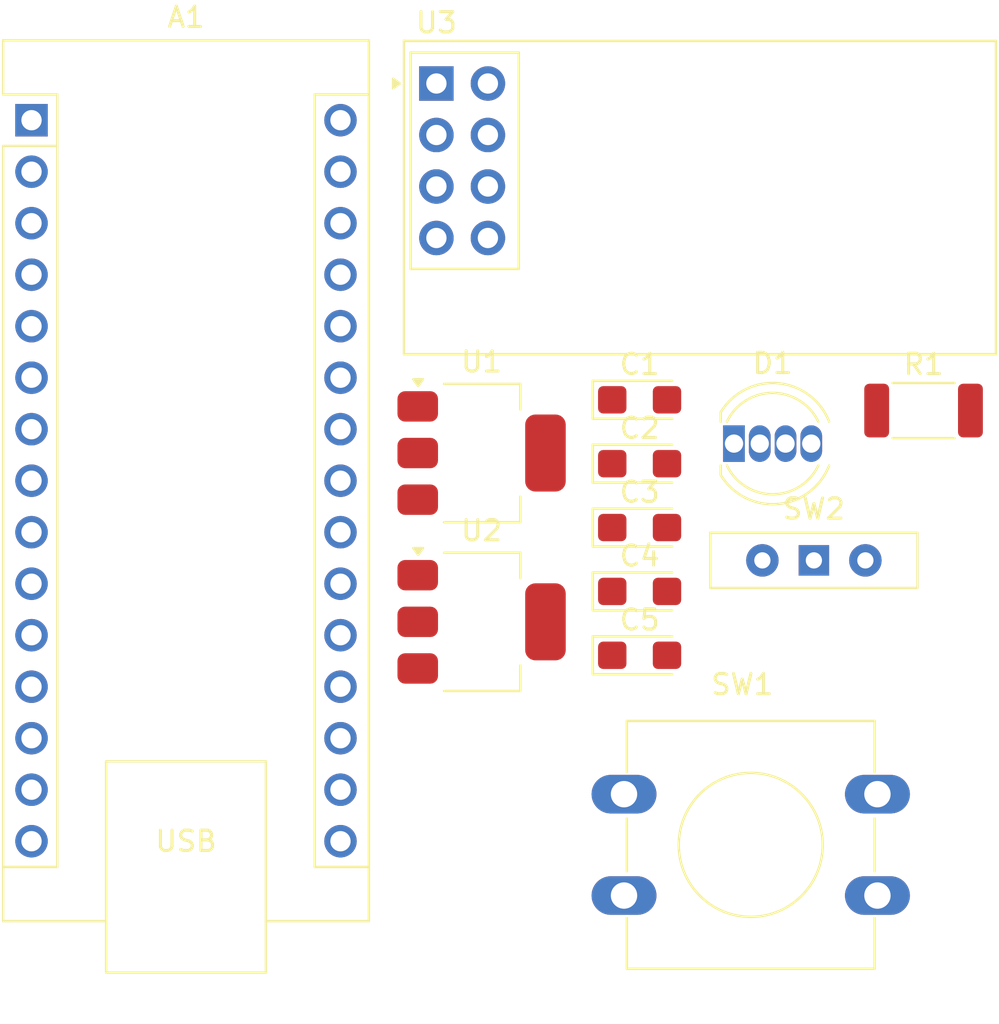
<source format=kicad_pcb>
(kicad_pcb (version 20241229) (generator "pcbnew") (generator_version "9.0")
  (layers (0 "F.Cu" signal) (2 "B.Cu" signal) (13 "F.Paste" user) (15 "B.Paste" user) (5 "F.SilkS" user "F.Silkscreen") (7 "B.SilkS" user "B.Silkscreen") (1 "F.Mask" user) (3 "B.Mask" user) (25 "Edge.Cuts" user))
  (net 0 "")
  (net 1 "Net-(A1-VIN)")
  (net 2 "Net-(A1-A0)")
  (net 5 "MISO")
  (net 6 "CE")
  (net 8 "SCK")
  (net 11 "Net-(A1-A2)")
  (net 13 "GND")
  (net 15 "Net-(A1-A1)")
  (net 23 "CSN")
  (net 26 "MOSI")
  (net 30 "VCC")
  (net 31 "3.3V")
  (net 32 "5V")
  (net 33 "Net-(D1-A)")
  (footprint "Module:Arduino_Nano_WithMountingHoles" (layer "F.Cu") (at 125.275 70.76)
    (property "Reference" "A1" (at 7.62 -5.08 0) (layer "F.SilkS"))
    (property "Value" "Arduino_Nano_v3.x")
    (fp_line (start -1.4 -3.94) (end -1.4 -1.27) (stroke (width 0.12)) (layer "F.SilkS"))
    (fp_line (start -1.4 1.27) (end -1.4 39.5) (stroke (width 0.12)) (layer "F.SilkS"))
    (fp_line (start -1.4 39.5) (end 3.68 39.5) (stroke (width 0.12)) (layer "F.SilkS"))
    (fp_line (start 1.27 -1.27) (end -1.4 -1.27) (stroke (width 0.12)) (layer "F.SilkS"))
    (fp_line (start 1.27 1.27) (end -1.4 1.27) (stroke (width 0.12)) (layer "F.SilkS"))
    (fp_line (start 1.27 1.27) (end 1.27 -1.27) (stroke (width 0.12)) (layer "F.SilkS"))
    (fp_line (start 1.27 1.27) (end 1.27 36.83) (stroke (width 0.12)) (layer "F.SilkS"))
    (fp_line (start 1.27 36.83) (end -1.4 36.83) (stroke (width 0.12)) (layer "F.SilkS"))
    (fp_line (start 3.68 31.62) (end 11.56 31.62) (stroke (width 0.12)) (layer "F.SilkS"))
    (fp_line (start 3.68 42.04) (end 3.68 31.62) (stroke (width 0.12)) (layer "F.SilkS"))
    (fp_line (start 11.56 31.62) (end 11.56 42.04) (stroke (width 0.12)) (layer "F.SilkS"))
    (fp_line (start 11.56 42.04) (end 3.68 42.04) (stroke (width 0.12)) (layer "F.SilkS"))
    (fp_line (start 13.97 -1.27) (end 13.97 36.83) (stroke (width 0.12)) (layer "F.SilkS"))
    (fp_line (start 13.97 -1.27) (end 16.64 -1.27) (stroke (width 0.12)) (layer "F.SilkS"))
    (fp_line (start 13.97 36.83) (end 16.64 36.83) (stroke (width 0.12)) (layer "F.SilkS"))
    (fp_line (start 16.64 -3.94) (end -1.4 -3.94) (stroke (width 0.12)) (layer "F.SilkS"))
    (fp_line (start 16.64 39.5) (end 11.56 39.5) (stroke (width 0.12)) (layer "F.SilkS"))
    (fp_line (start 16.64 39.5) (end 16.64 -3.94) (stroke (width 0.12)) (layer "F.SilkS"))
    (fp_text user "USB" (at 7.62 35.56 0) (layer "F.SilkS"))
    (pad "" np_thru_hole circle (at 0 -2.54) (size 1.78 1.78) (drill 1.78) (layers "*.Cu" "*.Mask"))
    (pad "" np_thru_hole circle (at 0 38.1) (size 1.78 1.78) (drill 1.78) (layers "*.Cu" "*.Mask"))
    (pad "" np_thru_hole circle (at 15.24 -2.54) (size 1.78 1.78) (drill 1.78) (layers "*.Cu" "*.Mask"))
    (pad "" np_thru_hole circle (at 15.24 38.1) (size 1.78 1.78) (drill 1.78) (layers "*.Cu" "*.Mask"))
    (pad "1" thru_hole rect (at 0 0) (size 1.6 1.6) (drill 1) (layers "*.Cu" "*.Mask"))
    (pad "2" thru_hole oval (at 0 2.54) (size 1.6 1.6) (drill 1) (layers "*.Cu" "*.Mask"))
    (pad "3" thru_hole oval (at 0 5.08) (size 1.6 1.6) (drill 1) (layers "*.Cu" "*.Mask"))
    (pad "4" thru_hole oval (at 0 7.62) (size 1.6 1.6) (drill 1) (layers "*.Cu" "*.Mask") (net 13 "GND"))
    (pad "5" thru_hole oval (at 0 10.16) (size 1.6 1.6) (drill 1) (layers "*.Cu" "*.Mask"))
    (pad "6" thru_hole oval (at 0 12.7) (size 1.6 1.6) (drill 1) (layers "*.Cu" "*.Mask"))
    (pad "7" thru_hole oval (at 0 15.24) (size 1.6 1.6) (drill 1) (layers "*.Cu" "*.Mask"))
    (pad "8" thru_hole oval (at 0 17.78) (size 1.6 1.6) (drill 1) (layers "*.Cu" "*.Mask"))
    (pad "9" thru_hole oval (at 0 20.32) (size 1.6 1.6) (drill 1) (layers "*.Cu" "*.Mask"))
    (pad "10" thru_hole oval (at 0 22.86) (size 1.6 1.6) (drill 1) (layers "*.Cu" "*.Mask"))
    (pad "11" thru_hole oval (at 0 25.4) (size 1.6 1.6) (drill 1) (layers "*.Cu" "*.Mask"))
    (pad "12" thru_hole oval (at 0 27.94) (size 1.6 1.6) (drill 1) (layers "*.Cu" "*.Mask") (net 6 "CE"))
    (pad "13" thru_hole oval (at 0 30.48) (size 1.6 1.6) (drill 1) (layers "*.Cu" "*.Mask") (net 23 "CSN"))
    (pad "14" thru_hole oval (at 0 33.02) (size 1.6 1.6) (drill 1) (layers "*.Cu" "*.Mask") (net 26 "MOSI"))
    (pad "15" thru_hole oval (at 0 35.56) (size 1.6 1.6) (drill 1) (layers "*.Cu" "*.Mask") (net 5 "MISO"))
    (pad "16" thru_hole oval (at 15.24 35.56) (size 1.6 1.6) (drill 1) (layers "*.Cu" "*.Mask") (net 8 "SCK"))
    (pad "17" thru_hole oval (at 15.24 33.02) (size 1.6 1.6) (drill 1) (layers "*.Cu" "*.Mask"))
    (pad "18" thru_hole oval (at 15.24 30.48) (size 1.6 1.6) (drill 1) (layers "*.Cu" "*.Mask"))
    (pad "19" thru_hole oval (at 15.24 27.94) (size 1.6 1.6) (drill 1) (layers "*.Cu" "*.Mask") (net 2 "Net-(A1-A0)"))
    (pad "20" thru_hole oval (at 15.24 25.4) (size 1.6 1.6) (drill 1) (layers "*.Cu" "*.Mask") (net 15 "Net-(A1-A1)"))
    (pad "21" thru_hole oval (at 15.24 22.86) (size 1.6 1.6) (drill 1) (layers "*.Cu" "*.Mask") (net 11 "Net-(A1-A2)"))
    (pad "22" thru_hole oval (at 15.24 20.32) (size 1.6 1.6) (drill 1) (layers "*.Cu" "*.Mask"))
    (pad "23" thru_hole oval (at 15.24 17.78) (size 1.6 1.6) (drill 1) (layers "*.Cu" "*.Mask"))
    (pad "24" thru_hole oval (at 15.24 15.24) (size 1.6 1.6) (drill 1) (layers "*.Cu" "*.Mask"))
    (pad "25" thru_hole oval (at 15.24 12.7) (size 1.6 1.6) (drill 1) (layers "*.Cu" "*.Mask"))
    (pad "26" thru_hole oval (at 15.24 10.16) (size 1.6 1.6) (drill 1) (layers "*.Cu" "*.Mask"))
    (pad "27" thru_hole oval (at 15.24 7.62) (size 1.6 1.6) (drill 1) (layers "*.Cu" "*.Mask"))
    (pad "28" thru_hole oval (at 15.24 5.08) (size 1.6 1.6) (drill 1) (layers "*.Cu" "*.Mask"))
    (pad "29" thru_hole oval (at 15.24 2.54) (size 1.6 1.6) (drill 1) (layers "*.Cu" "*.Mask") (net 13 "GND"))
    (pad "30" thru_hole oval (at 15.24 0) (size 1.6 1.6) (drill 1) (layers "*.Cu" "*.Mask") (net 1 "Net-(A1-VIN)"))
  )
  (footprint "RF_Module:nRF24L01_Breakout" (layer "F.Cu") (at 145.246 68.95)
    (property "Reference" "U3" (at 0 -3 0) (layer "F.SilkS"))
    (property "Value" "NRF24L01_Breakout")
    (fp_line (start -1.6 -2.1) (end -1.6 -2.1) (stroke (width 0.12)) (layer "F.SilkS"))
    (fp_line (start -1.6 -2.1) (end 27.6 -2.1) (stroke (width 0.12)) (layer "F.SilkS"))
    (fp_line (start -1.6 13.35) (end -1.6 -2.1) (stroke (width 0.12)) (layer "F.SilkS"))
    (fp_line (start -1.27 -1.524) (end -1.27 -1.524) (stroke (width 0.12)) (layer "F.SilkS"))
    (fp_line (start -1.27 -1.524) (end 4.064 -1.524) (stroke (width 0.12)) (layer "F.SilkS"))
    (fp_line (start -1.27 9.144) (end -1.27 -1.524) (stroke (width 0.12)) (layer "F.SilkS"))
    (fp_line (start -1.27 9.144) (end -1.27 9.144) (stroke (width 0.12)) (layer "F.SilkS"))
    (fp_line (start 4.064 -1.524) (end 4.064 9.144) (stroke (width 0.12)) (layer "F.SilkS"))
    (fp_line (start 4.064 9.144) (end -1.27 9.144) (stroke (width 0.12)) (layer "F.SilkS"))
    (fp_line (start 27.6 -2.1) (end 27.6 13.35) (stroke (width 0.12)) (layer "F.SilkS"))
    (fp_line (start 27.6 13.35) (end -1.6 13.35) (stroke (width 0.12)) (layer "F.SilkS"))
    (fp_poly (pts (xy -1.8 0) (xy -2.136 0.24) (xy -2.136 -0.24) (xy -1.8 0)) (stroke (width 0.12)) (fill yes) (layer "F.SilkS"))
    (pad "1" thru_hole rect (at 0 0) (size 1.7 1.7) (drill 1) (layers "*.Cu" "*.Mask") (net 13 "GND"))
    (pad "2" thru_hole circle (at 2.54 0) (size 1.7 1.7) (drill 1) (layers "*.Cu" "*.Mask") (net 31 "3.3V"))
    (pad "3" thru_hole circle (at 0 2.54) (size 1.7 1.7) (drill 1) (layers "*.Cu" "*.Mask") (net 6 "CE"))
    (pad "4" thru_hole circle (at 2.54 2.54) (size 1.7 1.7) (drill 1) (layers "*.Cu" "*.Mask") (net 23 "CSN"))
    (pad "5" thru_hole circle (at 0 5.08) (size 1.7 1.7) (drill 1) (layers "*.Cu" "*.Mask") (net 8 "SCK"))
    (pad "6" thru_hole circle (at 2.54 5.08) (size 1.7 1.7) (drill 1) (layers "*.Cu" "*.Mask") (net 26 "MOSI"))
    (pad "7" thru_hole circle (at 0 7.62) (size 1.7 1.7) (drill 1) (layers "*.Cu" "*.Mask") (net 5 "MISO"))
    (pad "8" thru_hole circle (at 2.54 7.62) (size 1.7 1.7) (drill 1) (layers "*.Cu" "*.Mask"))
  )
  (footprint "Capacitor_Tantalum_SMD:CP_EIA-3216-10_Kemet-I" (layer "F.Cu") (at 155.27 94)
    (property "Reference" "C4" (at 0 -1.75 0) (layer "F.SilkS"))
    (property "Value" "10uF")
    (fp_line (start -2.31 -0.935) (end -2.31 0.935) (stroke (width 0.12)) (layer "F.SilkS"))
    (fp_line (start -2.31 0.935) (end 1.6 0.935) (stroke (width 0.12)) (layer "F.SilkS"))
    (fp_line (start 1.6 -0.935) (end -2.31 -0.935) (stroke (width 0.12)) (layer "F.SilkS"))
    (pad "1" smd roundrect (at -1.35 0) (size 1.4 1.35) (layers "F.Cu" "F.Mask" "F.Paste") (roundrect_rratio 0.185185) (net 32 "5V"))
    (pad "2" smd roundrect (at 1.35 0) (size 1.4 1.35) (layers "F.Cu" "F.Mask" "F.Paste") (roundrect_rratio 0.185185) (net 13 "GND"))
  )
  (footprint "Resistor_SMD:R_2010_5025Metric" (layer "F.Cu") (at 169.275 85.08)
    (property "Reference" "R1" (at 0 -2.28 0) (layer "F.SilkS"))
    (property "Value" "220R")
    (fp_line (start -1.527064 -1.36) (end 1.527064 -1.36) (stroke (width 0.12)) (layer "F.SilkS"))
    (fp_line (start -1.527064 1.36) (end 1.527064 1.36) (stroke (width 0.12)) (layer "F.SilkS"))
    (pad "1" smd roundrect (at -2.3125 0) (size 1.225 2.65) (layers "F.Cu" "F.Mask" "F.Paste") (roundrect_rratio 0.204082) (net 30 "VCC"))
    (pad "2" smd roundrect (at 2.3125 0) (size 1.225 2.65) (layers "F.Cu" "F.Mask" "F.Paste") (roundrect_rratio 0.204082) (net 33 "Net-(D1-A)"))
  )
  (footprint "Capacitor_Tantalum_SMD:CP_EIA-3216-10_Kemet-I" (layer "F.Cu") (at 155.27 87.7)
    (property "Reference" "C2" (at 0 -1.75 0) (layer "F.SilkS"))
    (property "Value" "10uF")
    (fp_line (start -2.31 -0.935) (end -2.31 0.935) (stroke (width 0.12)) (layer "F.SilkS"))
    (fp_line (start -2.31 0.935) (end 1.6 0.935) (stroke (width 0.12)) (layer "F.SilkS"))
    (fp_line (start 1.6 -0.935) (end -2.31 -0.935) (stroke (width 0.12)) (layer "F.SilkS"))
    (pad "1" smd roundrect (at -1.35 0) (size 1.4 1.35) (layers "F.Cu" "F.Mask" "F.Paste") (roundrect_rratio 0.185185) (net 31 "3.3V"))
    (pad "2" smd roundrect (at 1.35 0) (size 1.4 1.35) (layers "F.Cu" "F.Mask" "F.Paste") (roundrect_rratio 0.185185) (net 13 "GND"))
  )
  (footprint "Button_Switch_THT:SW_PUSH-12mm" (layer "F.Cu") (at 154.5 104)
    (property "Reference" "SW1" (at 5.83 -5.41 0) (layer "F.SilkS"))
    (property "Value" "SW_Push")
    (fp_line (start 0.14 -3.61) (end 0.14 -1.1) (stroke (width 0.12)) (layer "F.SilkS"))
    (fp_line (start 0.14 -3.61) (end 12.36 -3.61) (stroke (width 0.12)) (layer "F.SilkS"))
    (fp_line (start 0.14 1.2) (end 0.14 3.8) (stroke (width 0.12)) (layer "F.SilkS"))
    (fp_line (start 0.14 6.1) (end 0.14 8.61) (stroke (width 0.12)) (layer "F.SilkS"))
    (fp_line (start 12.36 -3.61) (end 12.36 -1.1) (stroke (width 0.12)) (layer "F.SilkS"))
    (fp_line (start 12.36 1.2) (end 12.36 3.8) (stroke (width 0.12)) (layer "F.SilkS"))
    (fp_line (start 12.36 6.1) (end 12.36 8.61) (stroke (width 0.12)) (layer "F.SilkS"))
    (fp_line (start 12.36 8.61) (end 0.14 8.61) (stroke (width 0.12)) (layer "F.SilkS"))
    (fp_circle (center 6.25 2.5) (end 9.8 2.5) (stroke (width 0.12)) (fill no) (layer "F.SilkS"))
    (pad "1" thru_hole oval (at 0 0) (size 3.2 1.9) (drill 1.3) (layers "*.Cu" "*.Mask"))
    (pad "1" thru_hole oval (at 12.5 0) (size 3.2 1.9) (drill 1.3) (layers "*.Cu" "*.Mask"))
    (pad "2" thru_hole oval (at 0 5) (size 3.2 1.9) (drill 1.3) (layers "*.Cu" "*.Mask"))
    (pad "2" thru_hole oval (at 12.5 5) (size 3.2 1.9) (drill 1.3) (layers "*.Cu" "*.Mask"))
  )
  (footprint "Button_Switch_THT:SW_Slide-03_Wuerth-WS-SLTV_10x2.5x6.4_P2.54mm" (layer "F.Cu") (at 163.865 92.47)
    (property "Reference" "SW2" (at 0 -2.54 0) (layer "F.SilkS"))
    (property "Value" "Slider")
    (fp_rect (start -5.11 -1.36) (end 5.11 1.36) (stroke (width 0.12)) (fill no) (layer "F.SilkS"))
    (pad "1" thru_hole rect (at 0 0) (size 1.5 1.5) (drill 0.8) (layers "*.Cu" "*.Mask") (net 30 "VCC"))
    (pad "2" thru_hole circle (at -2.54 0) (size 1.6 1.6) (drill 0.8) (layers "*.Cu" "*.Mask"))
    (pad "3" thru_hole circle (at 2.54 0) (size 1.6 1.6) (drill 0.8) (layers "*.Cu" "*.Mask") (net 1 "Net-(A1-VIN)"))
  )
  (footprint "LED_THT:LED_D5.0mm-4_RGB" (layer "F.Cu") (at 159.925 86.71)
    (property "Reference" "D1" (at 1.905 -3.96 0) (layer "F.SilkS"))
    (property "Value" "LED_ARGB")
    (fp_line (start -0.655 -1.545) (end -0.655 -1.08) (stroke (width 0.12)) (layer "F.SilkS"))
    (fp_line (start -0.655 1.08) (end -0.655 1.545) (stroke (width 0.12)) (layer "F.SilkS"))
    (fp_arc (start -0.655 -1.54483) (mid 2.163858 -2.978774) (end 4.693107 -1.080075) (stroke (width 0.12)) (layer "F.SilkS"))
    (fp_arc (start -0.349684 -1.08) (mid 1.904967 -2.5) (end 4.159656 -1.080059) (stroke (width 0.12)) (layer "F.SilkS"))
    (fp_arc (start 4.159656 1.080059) (mid 1.904967 2.5) (end -0.349684 1.08) (stroke (width 0.12)) (layer "F.SilkS"))
    (fp_arc (start 4.693107 1.080075) (mid 2.163858 2.978774) (end -0.655 1.54483) (stroke (width 0.12)) (layer "F.SilkS"))
    (pad "1" thru_hole rect (at 0 0) (size 1.07 1.8) (drill 0.9) (layers "*.Cu" "*.Mask") (net 33 "Net-(D1-A)"))
    (pad "2" thru_hole oval (at 1.27 0) (size 1.07 1.8) (drill 0.9) (layers "*.Cu" "*.Mask") (net 2 "Net-(A1-A0)"))
    (pad "3" thru_hole oval (at 2.54 0) (size 1.07 1.8) (drill 0.9) (layers "*.Cu" "*.Mask") (net 15 "Net-(A1-A1)"))
    (pad "4" thru_hole oval (at 3.81 0) (size 1.07 1.8) (drill 0.9) (layers "*.Cu" "*.Mask") (net 11 "Net-(A1-A2)"))
  )
  (footprint "Capacitor_Tantalum_SMD:CP_EIA-3216-10_Kemet-I" (layer "F.Cu") (at 155.27 90.85)
    (property "Reference" "C3" (at 0 -1.75 0) (layer "F.SilkS"))
    (property "Value" "10uF")
    (fp_line (start -2.31 -0.935) (end -2.31 0.935) (stroke (width 0.12)) (layer "F.SilkS"))
    (fp_line (start -2.31 0.935) (end 1.6 0.935) (stroke (width 0.12)) (layer "F.SilkS"))
    (fp_line (start 1.6 -0.935) (end -2.31 -0.935) (stroke (width 0.12)) (layer "F.SilkS"))
    (pad "1" smd roundrect (at -1.35 0) (size 1.4 1.35) (layers "F.Cu" "F.Mask" "F.Paste") (roundrect_rratio 0.185185) (net 30 "VCC"))
    (pad "2" smd roundrect (at 1.35 0) (size 1.4 1.35) (layers "F.Cu" "F.Mask" "F.Paste") (roundrect_rratio 0.185185) (net 13 "GND"))
  )
  (footprint "Capacitor_Tantalum_SMD:CP_EIA-3216-10_Kemet-I" (layer "F.Cu") (at 155.27 84.55)
    (property "Reference" "C1" (at 0 -1.75 0) (layer "F.SilkS"))
    (property "Value" "10uF")
    (fp_line (start -2.31 -0.935) (end -2.31 0.935) (stroke (width 0.12)) (layer "F.SilkS"))
    (fp_line (start -2.31 0.935) (end 1.6 0.935) (stroke (width 0.12)) (layer "F.SilkS"))
    (fp_line (start 1.6 -0.935) (end -2.31 -0.935) (stroke (width 0.12)) (layer "F.SilkS"))
    (pad "1" smd roundrect (at -1.35 0) (size 1.4 1.35) (layers "F.Cu" "F.Mask" "F.Paste") (roundrect_rratio 0.185185) (net 30 "VCC"))
    (pad "2" smd roundrect (at 1.35 0) (size 1.4 1.35) (layers "F.Cu" "F.Mask" "F.Paste") (roundrect_rratio 0.185185) (net 13 "GND"))
  )
  (footprint "Package_TO_SOT_SMD:SOT-223-3_TabPin2" (layer "F.Cu") (at 147.475 87.175)
    (property "Reference" "U1" (at 0 -4.5 0) (layer "F.SilkS"))
    (property "Value" "AMS1117-3.3")
    (fp_line (start -1.85 -3.41) (end 1.91 -3.41) (stroke (width 0.12)) (layer "F.SilkS"))
    (fp_line (start -1.85 3.41) (end 1.91 3.41) (stroke (width 0.12)) (layer "F.SilkS"))
    (fp_line (start 1.91 -3.41) (end 1.91 -2.15) (stroke (width 0.12)) (layer "F.SilkS"))
    (fp_line (start 1.91 3.41) (end 1.91 2.15) (stroke (width 0.12)) (layer "F.SilkS"))
    (fp_poly (pts (xy -3.13 -3.31) (xy -3.37 -3.64) (xy -2.89 -3.64) (xy -3.13 -3.31)) (stroke (width 0.12)) (fill yes) (layer "F.SilkS"))
    (pad "1" smd roundrect (at -3.15 -2.3) (size 2 1.5) (layers "F.Cu" "F.Mask" "F.Paste") (net 13 "GND"))
    (pad "2" smd roundrect (at -3.15 0) (size 2 1.5) (layers "F.Cu" "F.Mask" "F.Paste") (net 31 "3.3V"))
    (pad "2" smd roundrect (at 3.15 0) (size 2 3.8) (layers "F.Cu" "F.Mask" "F.Paste") (net 31 "3.3V"))
    (pad "3" smd roundrect (at -3.15 2.3) (size 2 1.5) (layers "F.Cu" "F.Mask" "F.Paste") (net 30 "VCC"))
  )
  (footprint "Package_TO_SOT_SMD:SOT-223-3_TabPin2" (layer "F.Cu") (at 147.475 95.5)
    (property "Reference" "U2" (at 0 -4.5 0) (layer "F.SilkS"))
    (property "Value" "AMS1117-5.0")
    (fp_line (start -1.85 -3.41) (end 1.91 -3.41) (stroke (width 0.12)) (layer "F.SilkS"))
    (fp_line (start -1.85 3.41) (end 1.91 3.41) (stroke (width 0.12)) (layer "F.SilkS"))
    (fp_line (start 1.91 -3.41) (end 1.91 -2.15) (stroke (width 0.12)) (layer "F.SilkS"))
    (fp_line (start 1.91 3.41) (end 1.91 2.15) (stroke (width 0.12)) (layer "F.SilkS"))
    (fp_poly (pts (xy -3.13 -3.31) (xy -3.37 -3.64) (xy -2.89 -3.64) (xy -3.13 -3.31)) (stroke (width 0.12)) (fill yes) (layer "F.SilkS"))
    (pad "1" smd roundrect (at -3.15 -2.3) (size 2 1.5) (layers "F.Cu" "F.Mask" "F.Paste") (net 13 "GND"))
    (pad "2" smd roundrect (at -3.15 0) (size 2 1.5) (layers "F.Cu" "F.Mask" "F.Paste") (net 32 "5V"))
    (pad "2" smd roundrect (at 3.15 0) (size 2 3.8) (layers "F.Cu" "F.Mask" "F.Paste") (net 32 "5V"))
    (pad "3" smd roundrect (at -3.15 2.3) (size 2 1.5) (layers "F.Cu" "F.Mask" "F.Paste") (net 30 "VCC"))
  )
  (footprint "Capacitor_Tantalum_SMD:CP_EIA-3216-10_Kemet-I" (layer "F.Cu") (at 155.27 97.15)
    (property "Reference" "C5" (at 0 -1.75 0) (layer "F.SilkS"))
    (property "Value" "10uF")
    (fp_line (start -2.31 -0.935) (end -2.31 0.935) (stroke (width 0.12)) (layer "F.SilkS"))
    (fp_line (start -2.31 0.935) (end 1.6 0.935) (stroke (width 0.12)) (layer "F.SilkS"))
    (fp_line (start 1.6 -0.935) (end -2.31 -0.935) (stroke (width 0.12)) (layer "F.SilkS"))
    (pad "1" smd roundrect (at -1.35 0) (size 1.4 1.35) (layers "F.Cu" "F.Mask" "F.Paste") (roundrect_rratio 0.185185) (net 31 "3.3V"))
    (pad "2" smd roundrect (at 1.35 0) (size 1.4 1.35) (layers "F.Cu" "F.Mask" "F.Paste") (roundrect_rratio 0.185185) (net 13 "GND"))
  )
)
</source>
